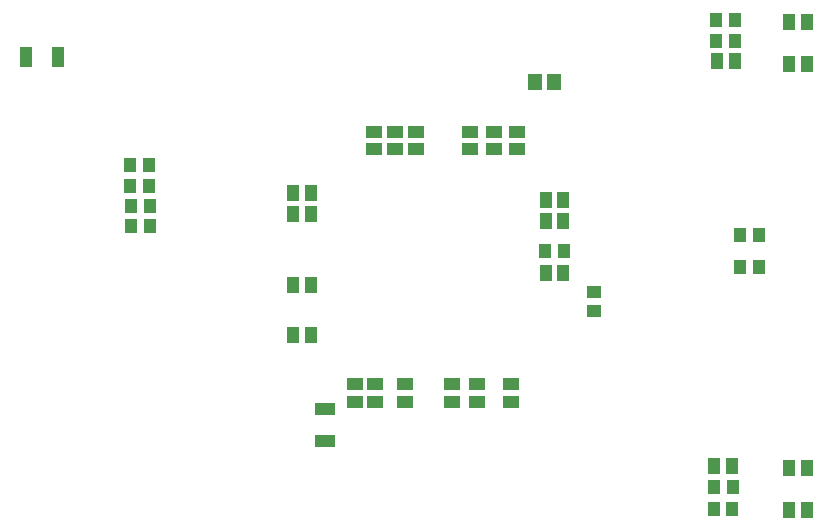
<source format=gbp>
%FSLAX24Y24*%
%MOIN*%
G70*
G01*
G75*
G04 Layer_Color=128*
%ADD10C,0.0100*%
%ADD11R,0.0512X0.0394*%
%ADD12O,0.0984X0.0276*%
%ADD13R,0.0394X0.0512*%
%ADD14R,0.0551X0.0433*%
%ADD15R,0.0433X0.0551*%
%ADD16R,0.0512X0.0591*%
%ADD17R,0.1299X0.1063*%
%ADD18R,0.0394X0.1063*%
%ADD19R,0.0472X0.0551*%
%ADD20R,0.0551X0.0630*%
%ADD21R,0.0500X0.0300*%
%ADD22O,0.0118X0.0827*%
%ADD23O,0.0827X0.0118*%
%ADD24R,0.1693X0.1693*%
%ADD25C,0.0200*%
%ADD26C,0.0300*%
%ADD27C,0.0250*%
%ADD28C,0.0600*%
%ADD29C,0.0400*%
%ADD30C,0.0150*%
%ADD31C,0.0079*%
%ADD32R,0.1830X0.1120*%
%ADD33R,0.2080X0.2124*%
%ADD34R,0.0790X0.5280*%
%ADD35R,0.0810X0.1960*%
%ADD36R,0.1310X0.3350*%
%ADD37R,0.1010X0.0210*%
%ADD38R,0.1490X0.1470*%
%ADD39R,0.0370X0.4820*%
%ADD40R,0.0770X0.0910*%
%ADD41R,0.0920X0.5210*%
%ADD42R,0.1260X0.1830*%
%ADD43R,0.1490X0.6150*%
%ADD44R,0.3870X0.4260*%
%ADD45R,0.1270X0.5300*%
%ADD46R,0.1950X0.1110*%
%ADD47R,0.2270X0.0510*%
%ADD48R,0.0780X0.2500*%
%ADD49R,0.1520X0.0820*%
%ADD50R,0.1890X0.1040*%
%ADD51R,0.3710X0.3070*%
%ADD52R,0.1740X0.1110*%
%ADD53R,0.1460X0.3920*%
%ADD54R,0.2270X0.3010*%
%ADD55R,0.0820X0.6210*%
%ADD56R,0.0810X0.5750*%
%ADD57R,0.1610X0.3230*%
%ADD58R,0.0810X0.1040*%
%ADD59R,0.0470X0.5180*%
%ADD60R,0.1430X0.1840*%
%ADD61R,0.1550X0.2090*%
%ADD62R,0.1370X0.4960*%
%ADD63R,0.0720X0.4310*%
%ADD64R,0.4940X0.1510*%
%ADD65R,0.0710X0.2250*%
%ADD66R,0.4950X0.2010*%
%ADD67R,0.1150X1.2100*%
%ADD68R,0.1490X0.7050*%
%ADD69R,0.0640X0.1540*%
%ADD70R,0.1130X0.1610*%
%ADD71R,0.3340X0.1210*%
%ADD72R,0.1110X0.1490*%
%ADD73R,0.1390X0.1590*%
%ADD74R,0.3241X0.0974*%
%ADD75R,0.1470X0.0847*%
%ADD76R,0.1260X0.9560*%
%ADD77R,0.1100X0.3420*%
%ADD78R,0.1180X0.0590*%
%ADD79R,0.0830X0.3230*%
%ADD80R,0.1820X0.0900*%
%ADD81R,0.0850X0.1900*%
%ADD82R,0.1770X0.0950*%
%ADD83R,0.0591X0.0591*%
%ADD84C,0.0591*%
%ADD85R,0.0591X0.0591*%
%ADD86C,0.0320*%
%ADD87C,0.0500*%
%ADD88R,0.0413X0.0551*%
%ADD89R,0.0669X0.0433*%
%ADD90R,0.0433X0.0669*%
%ADD91R,0.5810X0.0400*%
%ADD92R,0.1370X0.1190*%
%ADD93R,0.0260X0.2940*%
%ADD94R,0.0610X0.3620*%
%ADD95R,0.1330X0.0650*%
%ADD96R,0.0400X0.4480*%
%ADD97R,0.2410X0.0450*%
%ADD98R,0.0890X0.3400*%
%ADD99R,0.6880X0.0610*%
%ADD100R,0.1880X0.3480*%
%ADD101R,0.7920X0.0350*%
%ADD102R,0.0310X0.3890*%
%ADD103R,0.0890X0.0960*%
%ADD104R,0.2450X0.2860*%
%ADD105R,0.0960X0.0910*%
%ADD106R,0.2300X0.1250*%
%ADD107R,0.1320X0.0920*%
%ADD108R,0.1430X0.0570*%
%ADD109R,0.0600X0.2880*%
%ADD110R,0.1560X0.1200*%
%ADD111R,0.0510X0.2190*%
%ADD112R,0.0810X0.0450*%
%ADD113R,0.8040X0.0410*%
%ADD114R,0.1080X0.2300*%
%ADD115R,0.0530X0.1260*%
%ADD116R,0.0690X0.1090*%
%ADD117R,0.3970X0.0570*%
%ADD118R,0.0670X0.1760*%
%ADD119R,0.2440X0.1760*%
%ADD120R,0.3080X0.1760*%
%ADD121R,0.3360X0.3810*%
%ADD122R,0.3950X0.2010*%
%ADD123R,0.5290X0.1430*%
%ADD124R,0.1080X0.1370*%
%ADD125R,0.4870X0.0400*%
%ADD126R,0.3310X0.0720*%
%ADD127R,0.0640X0.3170*%
%ADD128R,1.4780X0.0490*%
%ADD129R,0.8680X0.0890*%
%ADD130R,0.2310X0.1210*%
%ADD131R,0.0660X0.7140*%
%ADD132R,0.3910X0.1760*%
%ADD133R,0.1190X0.4160*%
%ADD134R,0.6620X0.0690*%
%ADD135R,0.1720X0.3830*%
%ADD136R,0.0560X0.2760*%
%ADD137R,0.6730X0.0390*%
%ADD138R,0.2390X0.0640*%
%ADD139R,0.4150X0.0630*%
%ADD140R,0.5920X0.0470*%
%ADD141R,0.3050X0.2190*%
%ADD142R,0.0600X0.1180*%
%ADD143R,0.0840X0.2610*%
%ADD144R,0.4730X0.1350*%
%ADD145R,0.1830X1.0120*%
%ADD146R,0.2560X0.0720*%
%ADD147R,0.2990X0.2490*%
%ADD148R,0.1090X0.5830*%
%ADD149R,0.8340X0.8340*%
%ADD150R,0.3240X0.0960*%
%ADD151R,0.2210X0.1000*%
%ADD152R,0.1070X0.0400*%
%ADD153R,0.0610X0.1460*%
%ADD154R,0.0460X0.1390*%
%ADD155R,0.3240X0.0430*%
%ADD156R,0.0570X0.1510*%
%ADD157R,0.1660X0.0570*%
%ADD158R,0.2810X0.2110*%
%ADD159R,0.0630X0.1380*%
%ADD160R,0.1810X0.0340*%
%ADD161R,0.7090X0.0860*%
%ADD162R,0.1020X0.1410*%
%ADD163R,0.3440X0.0470*%
%ADD164R,0.0670X0.1580*%
%ADD165R,0.0560X0.6510*%
%ADD166R,2.0860X0.0750*%
%ADD167R,0.1230X0.1040*%
%ADD168R,0.1030X0.1670*%
%ADD169R,0.1220X0.0770*%
%ADD170R,0.0490X0.1560*%
%ADD171R,0.1030X0.1940*%
%ADD172R,0.0940X0.1560*%
%ADD173C,0.0098*%
%ADD174C,0.0236*%
%ADD175C,0.0080*%
%ADD176R,0.0592X0.0474*%
%ADD177O,0.1064X0.0356*%
%ADD178R,0.0474X0.0592*%
%ADD179R,0.0631X0.0513*%
%ADD180R,0.0513X0.0631*%
%ADD181R,0.0592X0.0671*%
%ADD182R,0.1379X0.1143*%
%ADD183R,0.0474X0.1143*%
%ADD184R,0.0552X0.0631*%
%ADD185R,0.0631X0.0710*%
%ADD186R,0.0580X0.0380*%
%ADD187O,0.0198X0.0907*%
%ADD188O,0.0907X0.0198*%
%ADD189R,0.1773X0.1773*%
%ADD190R,0.0671X0.0671*%
%ADD191C,0.0671*%
%ADD192R,0.0671X0.0671*%
%ADD193C,0.0400*%
%ADD194C,0.0580*%
%ADD195R,0.0493X0.0631*%
%ADD196R,0.0749X0.0513*%
%ADD197R,0.0513X0.0749*%
D11*
X21980Y8165D02*
D03*
Y8795D02*
D03*
D13*
X20965Y10170D02*
D03*
X20335D02*
D03*
X6535Y11000D02*
D03*
X7165D02*
D03*
X6525Y11670D02*
D03*
X7155D02*
D03*
X6505Y12350D02*
D03*
X7135D02*
D03*
X6505Y13040D02*
D03*
X7135D02*
D03*
X26045Y17860D02*
D03*
X26675D02*
D03*
X26585Y1570D02*
D03*
X25955D02*
D03*
X26835Y10720D02*
D03*
X27465D02*
D03*
X27465Y9640D02*
D03*
X26835D02*
D03*
X25965Y2320D02*
D03*
X26595D02*
D03*
X26040Y17183D02*
D03*
X26670D02*
D03*
D14*
X19410Y13565D02*
D03*
Y14155D02*
D03*
X18630Y13565D02*
D03*
Y14155D02*
D03*
X17850Y13565D02*
D03*
Y14155D02*
D03*
X16050Y13565D02*
D03*
Y14155D02*
D03*
X15345Y13565D02*
D03*
Y14155D02*
D03*
X14640Y13565D02*
D03*
Y14155D02*
D03*
X19190Y5735D02*
D03*
Y5145D02*
D03*
X18070Y5735D02*
D03*
Y5145D02*
D03*
X17230Y5735D02*
D03*
Y5145D02*
D03*
X15660Y5735D02*
D03*
Y5145D02*
D03*
X14670Y5735D02*
D03*
Y5145D02*
D03*
X14000Y5735D02*
D03*
Y5145D02*
D03*
D15*
X12525Y7386D02*
D03*
X11935D02*
D03*
X12522Y9037D02*
D03*
X11932D02*
D03*
X12528Y11423D02*
D03*
X11937D02*
D03*
X12531Y12123D02*
D03*
X11941D02*
D03*
X20355Y11860D02*
D03*
X20945D02*
D03*
X20355Y11190D02*
D03*
X20945D02*
D03*
X20355Y9440D02*
D03*
X20945D02*
D03*
X26065Y16500D02*
D03*
X26655D02*
D03*
X25975Y3000D02*
D03*
X26565D02*
D03*
D19*
X20005Y15820D02*
D03*
X20635D02*
D03*
D88*
X28488Y17812D02*
D03*
X29059D02*
D03*
X28488Y16394D02*
D03*
X29059D02*
D03*
Y1538D02*
D03*
X28488D02*
D03*
X29059Y2956D02*
D03*
X28488D02*
D03*
D89*
X13000Y4891D02*
D03*
Y3828D02*
D03*
D90*
X3049Y16640D02*
D03*
X4112D02*
D03*
M02*

</source>
